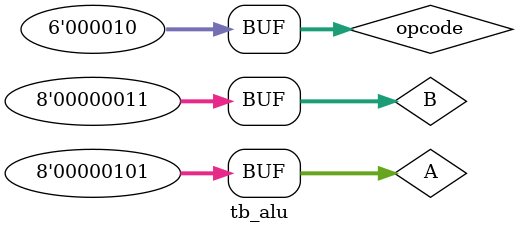
<source format=v>
`timescale 1ns / 1ps

`define ADD 6'b100000
`define SUB 6'b100010
`define AND 6'b100100
`define OR  6'b100101
`define XOR 6'b100110
`define NOR 6'b100111
`define SRA 6'b000011
`define SRL 6'b000010

module tb_alu();


    reg signed [7:0] A;
    reg signed [7:0] B;
    reg [5:0] opcode;
    wire [7:0] out;
        
    ALU
        #(
        .bus (8)
        )
    u_ALU(
        .A (A),
        .B (B),
        .opcode (opcode),
        .out (out)
        );

    initial begin
        opcode = 0;
        A = 0;
        B = 0;
        
        #10
        A = 5;
        B = 3;
        opcode = `ADD;
        #10
        opcode = `SUB;
        #10
        opcode = `AND;
        #10
        opcode = `OR;
        #10
        opcode = `XOR;
        #10
        opcode = `NOR;
        #10
        opcode = `SRA;
        #10
        opcode = `SRL;
    end


endmodule

</source>
